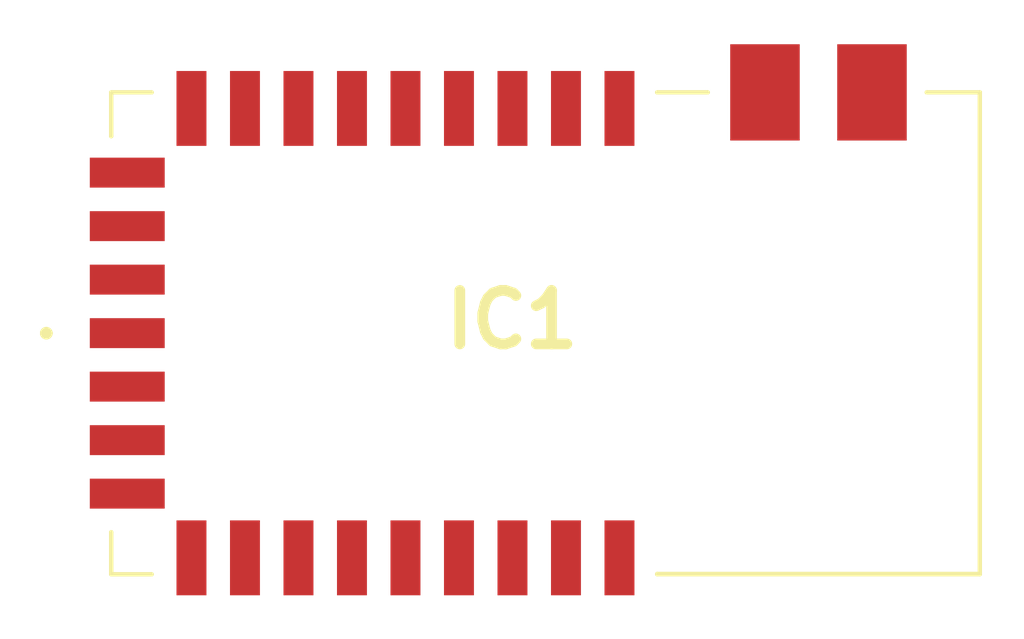
<source format=kicad_pcb>
(kicad_pcb (version 20221018) (generator pcbnew)
  (layers (0 "F.Cu" signal) (31 "B.Cu" signal) (34 "B.Paste" user) (35 "F.Paste" user) (36 "B.SilkS" user "B.Silkscreen") (37 "F.SilkS" user "F.Silkscreen") (38 "B.Mask" user) (39 "F.Mask" user) (44 "Edge.Cuts" user))
  (net 0 "")
  (footprint "footprints:HUM900RCCAS" (layer "F.Cu") (at 68 51)
    (fp_text reference "IC1" (at -11.095 -6.033) (layer "F.SilkS") (effects (font (size 1.27 1.27) (thickness 0.254))))
    (fp_text value "HUM-900-RC-CAS" hide)
    (fp_line (start -22.2 -5.715) (end -22.2 -5.715) (stroke (width 0.2)) (layer "F.SilkS"))
    (fp_line (start -22.2 -5.715) (end -22.2 -5.715) (stroke (width 0.2)) (layer "F.SilkS"))
    (fp_line (start -22.1 -5.715) (end -22.1 -5.715) (stroke (width 0.2)) (layer "F.SilkS"))
    (fp_line (start -20.61 -11.43) (end -20.61 -11.43) (stroke (width 0.1)) (layer "F.SilkS"))
    (fp_line (start -20.61 -11.43) (end -19.65 -11.43) (stroke (width 0.1)) (layer "F.SilkS"))
    (fp_line (start -20.61 -11.39) (end -20.61 -11.39) (stroke (width 0.1)) (layer "F.SilkS"))
    (fp_line (start -20.61 -11.39) (end -20.61 -10.39) (stroke (width 0.1)) (layer "F.SilkS"))
    (fp_line (start -20.61 -10.39) (end -20.61 -11.39) (stroke (width 0.1)) (layer "F.SilkS"))
    (fp_line (start -20.61 -10.39) (end -20.61 -10.39) (stroke (width 0.1)) (layer "F.SilkS"))
    (fp_line (start -20.61 -0.99) (end -20.61 -0.99) (stroke (width 0.1)) (layer "F.SilkS"))
    (fp_line (start -20.61 -0.99) (end -20.61 0) (stroke (width 0.1)) (layer "F.SilkS"))
    (fp_line (start -20.61 0) (end -20.61 -0.99) (stroke (width 0.1)) (layer "F.SilkS"))
    (fp_line (start -20.61 0) (end -20.61 0) (stroke (width 0.1)) (layer "F.SilkS"))
    (fp_line (start -20.61 0.01) (end -20.61 0.01) (stroke (width 0.1)) (layer "F.SilkS"))
    (fp_line (start -20.61 0.01) (end -19.65 0.01) (stroke (width 0.1)) (layer "F.SilkS"))
    (fp_line (start -19.65 -11.43) (end -20.61 -11.43) (stroke (width 0.1)) (layer "F.SilkS"))
    (fp_line (start -19.65 -11.43) (end -19.65 -11.43) (stroke (width 0.1)) (layer "F.SilkS"))
    (fp_line (start -19.65 0.01) (end -20.61 0.01) (stroke (width 0.1)) (layer "F.SilkS"))
    (fp_line (start -19.65 0.01) (end -19.65 0.01) (stroke (width 0.1)) (layer "F.SilkS"))
    (fp_line (start -7.65 -11.43) (end -7.65 -11.43) (stroke (width 0.1)) (layer "F.SilkS"))
    (fp_line (start -7.65 -11.43) (end -6.45 -11.43) (stroke (width 0.1)) (layer "F.SilkS"))
    (fp_line (start -7.65 0) (end -7.65 0.01) (stroke (width 0.1)) (layer "F.SilkS"))
    (fp_line (start -7.65 0.01) (end 0.01 0.01) (stroke (width 0.1)) (layer "F.SilkS"))
    (fp_line (start -6.45 -11.43) (end -7.65 -11.43) (stroke (width 0.1)) (layer "F.SilkS"))
    (fp_line (start -6.45 -11.43) (end -6.45 -11.43) (stroke (width 0.1)) (layer "F.SilkS"))
    (fp_line (start -1.25 -11.43) (end -1.25 -11.43) (stroke (width 0.1)) (layer "F.SilkS"))
    (fp_line (start -1.25 -11.43) (end 0.01 -11.43) (stroke (width 0.1)) (layer "F.SilkS"))
    (fp_line (start 0.01 -11.43) (end -1.25 -11.43) (stroke (width 0.1)) (layer "F.SilkS"))
    (fp_line (start 0.01 -11.43) (end 0.01 -11.43) (stroke (width 0.1)) (layer "F.SilkS"))
    (fp_line (start 0.01 -11.43) (end 0.01 -11.43) (stroke (width 0.1)) (layer "F.SilkS"))
    (fp_line (start 0.01 -11.43) (end 0.01 0) (stroke (width 0.1)) (layer "F.SilkS"))
    (fp_line (start 0.01 0) (end -7.65 0) (stroke (width 0.1)) (layer "F.SilkS"))
    (fp_line (start 0.01 0) (end 0.01 -11.43) (stroke (width 0.1)) (layer "F.SilkS"))
    (fp_line (start 0.01 0) (end 0.01 0) (stroke (width 0.1)) (layer "F.SilkS"))
    (fp_line (start 0.01 0.01) (end 0.01 0) (stroke (width 0.1)) (layer "F.SilkS"))
    (fp_arc (start -22.2 -5.715) (mid -22.15 -5.765) (end -22.1 -5.715) (stroke (width 0.2)) (layer "F.SilkS"))
    (fp_arc (start -22.1 -5.715) (mid -22.15 -5.665) (end -22.2 -5.715) (stroke (width 0.2)) (layer "F.SilkS"))
    (fp_arc (start -22.1 -5.715) (mid -22.15 -5.665) (end -22.2 -5.715) (stroke (width 0.2)) (layer "F.SilkS"))
    (pad "1" smd rect (at -20.229 -5.715 90) (size 0.711 1.778) (layers "F.Cu" "F.Paste" "F.Mask"))
    (pad "2" smd rect (at -20.229 -4.445 90) (size 0.711 1.778) (layers "F.Cu" "F.Paste" "F.Mask"))
    (pad "3" smd rect (at -20.229 -3.175 90) (size 0.711 1.778) (layers "F.Cu" "F.Paste" "F.Mask"))
    (pad "4" smd rect (at -20.229 -1.905 90) (size 0.711 1.778) (layers "F.Cu" "F.Paste" "F.Mask"))
    (pad "5" smd rect (at -18.705 -0.381) (size 0.711 1.778) (layers "F.Cu" "F.Paste" "F.Mask"))
    (pad "6" smd rect (at -17.435 -0.381) (size 0.711 1.778) (layers "F.Cu" "F.Paste" "F.Mask"))
    (pad "7" smd rect (at -16.165 -0.381) (size 0.711 1.778) (layers "F.Cu" "F.Paste" "F.Mask"))
    (pad "8" smd rect (at -14.895 -0.381) (size 0.711 1.778) (layers "F.Cu" "F.Paste" "F.Mask"))
    (pad "9" smd rect (at -13.625 -0.381) (size 0.711 1.778) (layers "F.Cu" "F.Paste" "F.Mask"))
    (pad "10" smd rect (at -12.355 -0.381) (size 0.711 1.778) (layers "F.Cu" "F.Paste" "F.Mask"))
    (pad "11" smd rect (at -11.085 -0.381) (size 0.711 1.778) (layers "F.Cu" "F.Paste" "F.Mask"))
    (pad "12" smd rect (at -9.815 -0.381) (size 0.711 1.778) (layers "F.Cu" "F.Paste" "F.Mask"))
    (pad "13" smd rect (at -8.545 -0.381) (size 0.711 1.778) (layers "F.Cu" "F.Paste" "F.Mask"))
    (pad "18" smd rect (at -2.551 -11.43) (size 1.651 2.286) (layers "F.Cu" "F.Paste" "F.Mask"))
    (pad "19" smd rect (at -5.091 -11.43) (size 1.651 2.286) (layers "F.Cu" "F.Paste" "F.Mask"))
    (pad "21" smd rect (at -8.545 -11.049) (size 0.711 1.778) (layers "F.Cu" "F.Paste" "F.Mask"))
    (pad "22" smd rect (at -9.815 -11.049) (size 0.711 1.778) (layers "F.Cu" "F.Paste" "F.Mask"))
    (pad "23" smd rect (at -11.085 -11.049) (size 0.711 1.778) (layers "F.Cu" "F.Paste" "F.Mask"))
    (pad "24" smd rect (at -12.355 -11.049) (size 0.711 1.778) (layers "F.Cu" "F.Paste" "F.Mask"))
    (pad "25" smd rect (at -13.625 -11.049) (size 0.711 1.778) (layers "F.Cu" "F.Paste" "F.Mask"))
    (pad "26" smd rect (at -14.895 -11.049) (size 0.711 1.778) (layers "F.Cu" "F.Paste" "F.Mask"))
    (pad "27" smd rect (at -16.165 -11.049) (size 0.711 1.778) (layers "F.Cu" "F.Paste" "F.Mask"))
    (pad "28" smd rect (at -17.435 -11.049) (size 0.711 1.778) (layers "F.Cu" "F.Paste" "F.Mask"))
    (pad "29" smd rect (at -18.705 -11.049) (size 0.711 1.778) (layers "F.Cu" "F.Paste" "F.Mask"))
    (pad "30" smd rect (at -20.229 -9.525 90) (size 0.711 1.778) (layers "F.Cu" "F.Paste" "F.Mask"))
    (pad "31" smd rect (at -20.229 -8.255 90) (size 0.711 1.778) (layers "F.Cu" "F.Paste" "F.Mask"))
    (pad "32" smd rect (at -20.229 -6.985 90) (size 0.711 1.778) (layers "F.Cu" "F.Paste" "F.Mask"))
  )
)
</source>
